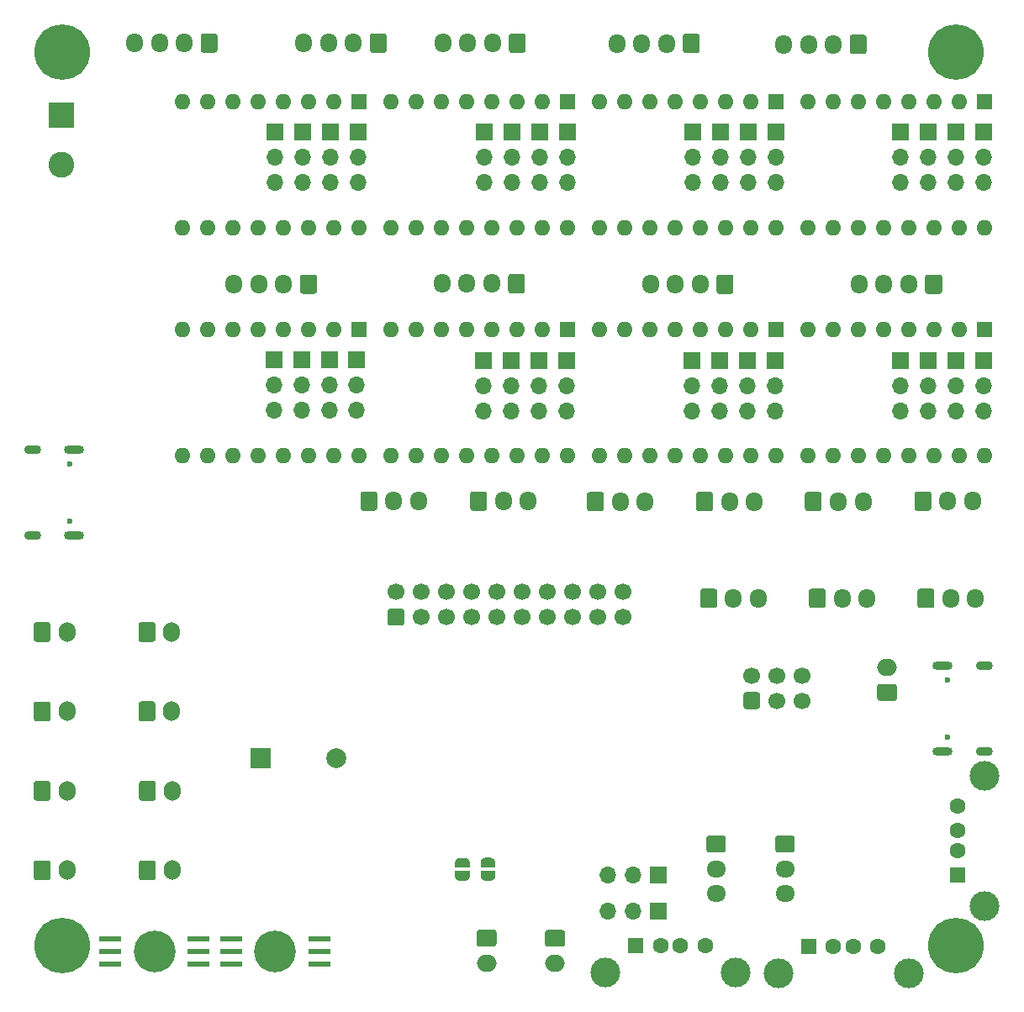
<source format=gbs>
G04 #@! TF.GenerationSoftware,KiCad,Pcbnew,5.1.9+dfsg1-1~bpo10+1*
G04 #@! TF.CreationDate,2021-03-13T17:10:24+00:00*
G04 #@! TF.ProjectId,mobo,6d6f626f-2e6b-4696-9361-645f70636258,rev?*
G04 #@! TF.SameCoordinates,Original*
G04 #@! TF.FileFunction,Soldermask,Bot*
G04 #@! TF.FilePolarity,Negative*
%FSLAX46Y46*%
G04 Gerber Fmt 4.6, Leading zero omitted, Abs format (unit mm)*
G04 Created by KiCad (PCBNEW 5.1.9+dfsg1-1~bpo10+1) date 2021-03-13 17:10:24*
%MOMM*%
%LPD*%
G01*
G04 APERTURE LIST*
%ADD10C,1.600000*%
%ADD11R,1.600000X1.600000*%
%ADD12C,3.000000*%
%ADD13O,2.000000X1.700000*%
%ADD14C,0.100000*%
%ADD15O,1.950000X1.700000*%
%ADD16O,1.700000X1.700000*%
%ADD17R,1.700000X1.700000*%
%ADD18C,2.000000*%
%ADD19R,2.000000X2.000000*%
%ADD20C,1.700000*%
%ADD21O,1.700000X1.950000*%
%ADD22O,1.700000X2.000000*%
%ADD23C,4.200000*%
%ADD24R,2.300000X0.600000*%
%ADD25C,0.600000*%
%ADD26O,1.700000X0.900000*%
%ADD27O,2.000000X0.900000*%
%ADD28O,1.600000X1.600000*%
%ADD29R,2.600000X2.600000*%
%ADD30C,2.600000*%
%ADD31C,5.600000*%
G04 APERTURE END LIST*
D10*
X164230000Y-146980000D03*
X164230000Y-149480000D03*
X164230000Y-151480000D03*
D11*
X164230000Y-153980000D03*
D12*
X166940000Y-157050000D03*
X166940000Y-143910000D03*
D13*
X123670000Y-162820000D03*
G36*
G01*
X122920000Y-159470000D02*
X124420000Y-159470000D01*
G75*
G02*
X124670000Y-159720000I0J-250000D01*
G01*
X124670000Y-160920000D01*
G75*
G02*
X124420000Y-161170000I-250000J0D01*
G01*
X122920000Y-161170000D01*
G75*
G02*
X122670000Y-160920000I0J250000D01*
G01*
X122670000Y-159720000D01*
G75*
G02*
X122920000Y-159470000I250000J0D01*
G01*
G37*
X116770000Y-162800000D03*
G36*
G01*
X116020000Y-159450000D02*
X117520000Y-159450000D01*
G75*
G02*
X117770000Y-159700000I0J-250000D01*
G01*
X117770000Y-160900000D01*
G75*
G02*
X117520000Y-161150000I-250000J0D01*
G01*
X116020000Y-161150000D01*
G75*
G02*
X115770000Y-160900000I0J250000D01*
G01*
X115770000Y-159700000D01*
G75*
G02*
X116020000Y-159450000I250000J0D01*
G01*
G37*
D14*
G36*
X117660000Y-153500000D02*
G01*
X117660000Y-154000000D01*
X117659398Y-154000000D01*
X117659398Y-154024534D01*
X117654588Y-154073365D01*
X117645016Y-154121490D01*
X117630772Y-154168445D01*
X117611995Y-154213778D01*
X117588864Y-154257051D01*
X117561604Y-154297850D01*
X117530476Y-154335779D01*
X117495779Y-154370476D01*
X117457850Y-154401604D01*
X117417051Y-154428864D01*
X117373778Y-154451995D01*
X117328445Y-154470772D01*
X117281490Y-154485016D01*
X117233365Y-154494588D01*
X117184534Y-154499398D01*
X117160000Y-154499398D01*
X117160000Y-154500000D01*
X116660000Y-154500000D01*
X116660000Y-154499398D01*
X116635466Y-154499398D01*
X116586635Y-154494588D01*
X116538510Y-154485016D01*
X116491555Y-154470772D01*
X116446222Y-154451995D01*
X116402949Y-154428864D01*
X116362150Y-154401604D01*
X116324221Y-154370476D01*
X116289524Y-154335779D01*
X116258396Y-154297850D01*
X116231136Y-154257051D01*
X116208005Y-154213778D01*
X116189228Y-154168445D01*
X116174984Y-154121490D01*
X116165412Y-154073365D01*
X116160602Y-154024534D01*
X116160602Y-154000000D01*
X116160000Y-154000000D01*
X116160000Y-153500000D01*
X117660000Y-153500000D01*
G37*
G36*
X116160602Y-152700000D02*
G01*
X116160602Y-152675466D01*
X116165412Y-152626635D01*
X116174984Y-152578510D01*
X116189228Y-152531555D01*
X116208005Y-152486222D01*
X116231136Y-152442949D01*
X116258396Y-152402150D01*
X116289524Y-152364221D01*
X116324221Y-152329524D01*
X116362150Y-152298396D01*
X116402949Y-152271136D01*
X116446222Y-152248005D01*
X116491555Y-152229228D01*
X116538510Y-152214984D01*
X116586635Y-152205412D01*
X116635466Y-152200602D01*
X116660000Y-152200602D01*
X116660000Y-152200000D01*
X117160000Y-152200000D01*
X117160000Y-152200602D01*
X117184534Y-152200602D01*
X117233365Y-152205412D01*
X117281490Y-152214984D01*
X117328445Y-152229228D01*
X117373778Y-152248005D01*
X117417051Y-152271136D01*
X117457850Y-152298396D01*
X117495779Y-152329524D01*
X117530476Y-152364221D01*
X117561604Y-152402150D01*
X117588864Y-152442949D01*
X117611995Y-152486222D01*
X117630772Y-152531555D01*
X117645016Y-152578510D01*
X117654588Y-152626635D01*
X117659398Y-152675466D01*
X117659398Y-152700000D01*
X117660000Y-152700000D01*
X117660000Y-153200000D01*
X116160000Y-153200000D01*
X116160000Y-152700000D01*
X116160602Y-152700000D01*
G37*
G36*
X115100000Y-153510000D02*
G01*
X115100000Y-154010000D01*
X115099398Y-154010000D01*
X115099398Y-154034534D01*
X115094588Y-154083365D01*
X115085016Y-154131490D01*
X115070772Y-154178445D01*
X115051995Y-154223778D01*
X115028864Y-154267051D01*
X115001604Y-154307850D01*
X114970476Y-154345779D01*
X114935779Y-154380476D01*
X114897850Y-154411604D01*
X114857051Y-154438864D01*
X114813778Y-154461995D01*
X114768445Y-154480772D01*
X114721490Y-154495016D01*
X114673365Y-154504588D01*
X114624534Y-154509398D01*
X114600000Y-154509398D01*
X114600000Y-154510000D01*
X114100000Y-154510000D01*
X114100000Y-154509398D01*
X114075466Y-154509398D01*
X114026635Y-154504588D01*
X113978510Y-154495016D01*
X113931555Y-154480772D01*
X113886222Y-154461995D01*
X113842949Y-154438864D01*
X113802150Y-154411604D01*
X113764221Y-154380476D01*
X113729524Y-154345779D01*
X113698396Y-154307850D01*
X113671136Y-154267051D01*
X113648005Y-154223778D01*
X113629228Y-154178445D01*
X113614984Y-154131490D01*
X113605412Y-154083365D01*
X113600602Y-154034534D01*
X113600602Y-154010000D01*
X113600000Y-154010000D01*
X113600000Y-153510000D01*
X115100000Y-153510000D01*
G37*
G36*
X113600602Y-152710000D02*
G01*
X113600602Y-152685466D01*
X113605412Y-152636635D01*
X113614984Y-152588510D01*
X113629228Y-152541555D01*
X113648005Y-152496222D01*
X113671136Y-152452949D01*
X113698396Y-152412150D01*
X113729524Y-152374221D01*
X113764221Y-152339524D01*
X113802150Y-152308396D01*
X113842949Y-152281136D01*
X113886222Y-152258005D01*
X113931555Y-152239228D01*
X113978510Y-152224984D01*
X114026635Y-152215412D01*
X114075466Y-152210602D01*
X114100000Y-152210602D01*
X114100000Y-152210000D01*
X114600000Y-152210000D01*
X114600000Y-152210602D01*
X114624534Y-152210602D01*
X114673365Y-152215412D01*
X114721490Y-152224984D01*
X114768445Y-152239228D01*
X114813778Y-152258005D01*
X114857051Y-152281136D01*
X114897850Y-152308396D01*
X114935779Y-152339524D01*
X114970476Y-152374221D01*
X115001604Y-152412150D01*
X115028864Y-152452949D01*
X115051995Y-152496222D01*
X115070772Y-152541555D01*
X115085016Y-152588510D01*
X115094588Y-152636635D01*
X115099398Y-152685466D01*
X115099398Y-152710000D01*
X115100000Y-152710000D01*
X115100000Y-153210000D01*
X113600000Y-153210000D01*
X113600000Y-152710000D01*
X113600602Y-152710000D01*
G37*
D15*
X146820000Y-155820000D03*
X146820000Y-153320000D03*
G36*
G01*
X146095000Y-149970000D02*
X147545000Y-149970000D01*
G75*
G02*
X147795000Y-150220000I0J-250000D01*
G01*
X147795000Y-151420000D01*
G75*
G02*
X147545000Y-151670000I-250000J0D01*
G01*
X146095000Y-151670000D01*
G75*
G02*
X145845000Y-151420000I0J250000D01*
G01*
X145845000Y-150220000D01*
G75*
G02*
X146095000Y-149970000I250000J0D01*
G01*
G37*
X139880000Y-155820000D03*
X139880000Y-153320000D03*
G36*
G01*
X139155000Y-149970000D02*
X140605000Y-149970000D01*
G75*
G02*
X140855000Y-150220000I0J-250000D01*
G01*
X140855000Y-151420000D01*
G75*
G02*
X140605000Y-151670000I-250000J0D01*
G01*
X139155000Y-151670000D01*
G75*
G02*
X138905000Y-151420000I0J250000D01*
G01*
X138905000Y-150220000D01*
G75*
G02*
X139155000Y-149970000I250000J0D01*
G01*
G37*
D16*
X128960000Y-153950000D03*
X131500000Y-153950000D03*
D17*
X134040000Y-153950000D03*
D16*
X128970000Y-157620000D03*
X131510000Y-157620000D03*
D17*
X134050000Y-157620000D03*
D18*
X101620000Y-142140000D03*
D19*
X94020000Y-142140000D03*
D20*
X130500000Y-125420000D03*
X127960000Y-125420000D03*
X125420000Y-125420000D03*
X122880000Y-125420000D03*
X120340000Y-125420000D03*
X117800000Y-125420000D03*
X115260000Y-125420000D03*
X112720000Y-125420000D03*
X110180000Y-125420000D03*
X107640000Y-125420000D03*
X130500000Y-127960000D03*
X127960000Y-127960000D03*
X125420000Y-127960000D03*
X122880000Y-127960000D03*
X120340000Y-127960000D03*
X117800000Y-127960000D03*
X115260000Y-127960000D03*
X112720000Y-127960000D03*
X110180000Y-127960000D03*
G36*
G01*
X108240000Y-128810000D02*
X107040000Y-128810000D01*
G75*
G02*
X106790000Y-128560000I0J250000D01*
G01*
X106790000Y-127360000D01*
G75*
G02*
X107040000Y-127110000I250000J0D01*
G01*
X108240000Y-127110000D01*
G75*
G02*
X108490000Y-127360000I0J-250000D01*
G01*
X108490000Y-128560000D01*
G75*
G02*
X108240000Y-128810000I-250000J0D01*
G01*
G37*
D13*
X157100000Y-133040000D03*
G36*
G01*
X157850000Y-136390000D02*
X156350000Y-136390000D01*
G75*
G02*
X156100000Y-136140000I0J250000D01*
G01*
X156100000Y-134940000D01*
G75*
G02*
X156350000Y-134690000I250000J0D01*
G01*
X157850000Y-134690000D01*
G75*
G02*
X158100000Y-134940000I0J-250000D01*
G01*
X158100000Y-136140000D01*
G75*
G02*
X157850000Y-136390000I-250000J0D01*
G01*
G37*
D20*
X148560000Y-133830000D03*
X146020000Y-133830000D03*
X143480000Y-133830000D03*
X148560000Y-136370000D03*
X146020000Y-136370000D03*
G36*
G01*
X144080000Y-137220000D02*
X142880000Y-137220000D01*
G75*
G02*
X142630000Y-136970000I0J250000D01*
G01*
X142630000Y-135770000D01*
G75*
G02*
X142880000Y-135520000I250000J0D01*
G01*
X144080000Y-135520000D01*
G75*
G02*
X144330000Y-135770000I0J-250000D01*
G01*
X144330000Y-136970000D01*
G75*
G02*
X144080000Y-137220000I-250000J0D01*
G01*
G37*
D21*
X120970000Y-116270000D03*
X118470000Y-116270000D03*
G36*
G01*
X115120000Y-116995000D02*
X115120000Y-115545000D01*
G75*
G02*
X115370000Y-115295000I250000J0D01*
G01*
X116570000Y-115295000D01*
G75*
G02*
X116820000Y-115545000I0J-250000D01*
G01*
X116820000Y-116995000D01*
G75*
G02*
X116570000Y-117245000I-250000J0D01*
G01*
X115370000Y-117245000D01*
G75*
G02*
X115120000Y-116995000I0J250000D01*
G01*
G37*
X109920000Y-116270000D03*
X107420000Y-116270000D03*
G36*
G01*
X104070000Y-116995000D02*
X104070000Y-115545000D01*
G75*
G02*
X104320000Y-115295000I250000J0D01*
G01*
X105520000Y-115295000D01*
G75*
G02*
X105770000Y-115545000I0J-250000D01*
G01*
X105770000Y-116995000D01*
G75*
G02*
X105520000Y-117245000I-250000J0D01*
G01*
X104320000Y-117245000D01*
G75*
G02*
X104070000Y-116995000I0J250000D01*
G01*
G37*
X155080000Y-126070000D03*
X152580000Y-126070000D03*
G36*
G01*
X149230000Y-126795000D02*
X149230000Y-125345000D01*
G75*
G02*
X149480000Y-125095000I250000J0D01*
G01*
X150680000Y-125095000D01*
G75*
G02*
X150930000Y-125345000I0J-250000D01*
G01*
X150930000Y-126795000D01*
G75*
G02*
X150680000Y-127045000I-250000J0D01*
G01*
X149480000Y-127045000D01*
G75*
G02*
X149230000Y-126795000I0J250000D01*
G01*
G37*
X166020000Y-126070000D03*
X163520000Y-126070000D03*
G36*
G01*
X160170000Y-126795000D02*
X160170000Y-125345000D01*
G75*
G02*
X160420000Y-125095000I250000J0D01*
G01*
X161620000Y-125095000D01*
G75*
G02*
X161870000Y-125345000I0J-250000D01*
G01*
X161870000Y-126795000D01*
G75*
G02*
X161620000Y-127045000I-250000J0D01*
G01*
X160420000Y-127045000D01*
G75*
G02*
X160170000Y-126795000I0J250000D01*
G01*
G37*
X144140000Y-126070000D03*
X141640000Y-126070000D03*
G36*
G01*
X138290000Y-126795000D02*
X138290000Y-125345000D01*
G75*
G02*
X138540000Y-125095000I250000J0D01*
G01*
X139740000Y-125095000D01*
G75*
G02*
X139990000Y-125345000I0J-250000D01*
G01*
X139990000Y-126795000D01*
G75*
G02*
X139740000Y-127045000I-250000J0D01*
G01*
X138540000Y-127045000D01*
G75*
G02*
X138290000Y-126795000I0J250000D01*
G01*
G37*
X165710000Y-116280000D03*
X163210000Y-116280000D03*
G36*
G01*
X159860000Y-117005000D02*
X159860000Y-115555000D01*
G75*
G02*
X160110000Y-115305000I250000J0D01*
G01*
X161310000Y-115305000D01*
G75*
G02*
X161560000Y-115555000I0J-250000D01*
G01*
X161560000Y-117005000D01*
G75*
G02*
X161310000Y-117255000I-250000J0D01*
G01*
X160110000Y-117255000D01*
G75*
G02*
X159860000Y-117005000I0J250000D01*
G01*
G37*
X154680000Y-116320000D03*
X152180000Y-116320000D03*
G36*
G01*
X148830000Y-117045000D02*
X148830000Y-115595000D01*
G75*
G02*
X149080000Y-115345000I250000J0D01*
G01*
X150280000Y-115345000D01*
G75*
G02*
X150530000Y-115595000I0J-250000D01*
G01*
X150530000Y-117045000D01*
G75*
G02*
X150280000Y-117295000I-250000J0D01*
G01*
X149080000Y-117295000D01*
G75*
G02*
X148830000Y-117045000I0J250000D01*
G01*
G37*
X143720000Y-116330000D03*
X141220000Y-116330000D03*
G36*
G01*
X137870000Y-117055000D02*
X137870000Y-115605000D01*
G75*
G02*
X138120000Y-115355000I250000J0D01*
G01*
X139320000Y-115355000D01*
G75*
G02*
X139570000Y-115605000I0J-250000D01*
G01*
X139570000Y-117055000D01*
G75*
G02*
X139320000Y-117305000I-250000J0D01*
G01*
X138120000Y-117305000D01*
G75*
G02*
X137870000Y-117055000I0J250000D01*
G01*
G37*
X132730000Y-116330000D03*
X130230000Y-116330000D03*
G36*
G01*
X126880000Y-117055000D02*
X126880000Y-115605000D01*
G75*
G02*
X127130000Y-115355000I250000J0D01*
G01*
X128330000Y-115355000D01*
G75*
G02*
X128580000Y-115605000I0J-250000D01*
G01*
X128580000Y-117055000D01*
G75*
G02*
X128330000Y-117305000I-250000J0D01*
G01*
X127130000Y-117305000D01*
G75*
G02*
X126880000Y-117055000I0J250000D01*
G01*
G37*
D10*
X156200000Y-161100000D03*
X153700000Y-161100000D03*
X151700000Y-161100000D03*
D11*
X149200000Y-161100000D03*
D12*
X146130000Y-163810000D03*
X159270000Y-163810000D03*
D10*
X138780000Y-161080000D03*
X136280000Y-161080000D03*
X134280000Y-161080000D03*
D11*
X131780000Y-161080000D03*
D12*
X128710000Y-163790000D03*
X141850000Y-163790000D03*
D22*
X85070000Y-137450000D03*
G36*
G01*
X81720000Y-138200000D02*
X81720000Y-136700000D01*
G75*
G02*
X81970000Y-136450000I250000J0D01*
G01*
X83170000Y-136450000D01*
G75*
G02*
X83420000Y-136700000I0J-250000D01*
G01*
X83420000Y-138200000D01*
G75*
G02*
X83170000Y-138450000I-250000J0D01*
G01*
X81970000Y-138450000D01*
G75*
G02*
X81720000Y-138200000I0J250000D01*
G01*
G37*
D23*
X83310000Y-161630000D03*
D24*
X78865000Y-160360000D03*
X78865000Y-161630000D03*
X78865000Y-162900000D03*
X87755000Y-162900000D03*
X87755000Y-161630000D03*
X87755000Y-160360000D03*
D23*
X95490000Y-161670000D03*
D24*
X91045000Y-160400000D03*
X91045000Y-161670000D03*
X91045000Y-162940000D03*
X99935000Y-162940000D03*
X99935000Y-161670000D03*
X99935000Y-160400000D03*
D22*
X85120000Y-153470000D03*
G36*
G01*
X81770000Y-154220000D02*
X81770000Y-152720000D01*
G75*
G02*
X82020000Y-152470000I250000J0D01*
G01*
X83220000Y-152470000D01*
G75*
G02*
X83470000Y-152720000I0J-250000D01*
G01*
X83470000Y-154220000D01*
G75*
G02*
X83220000Y-154470000I-250000J0D01*
G01*
X82020000Y-154470000D01*
G75*
G02*
X81770000Y-154220000I0J250000D01*
G01*
G37*
X85120000Y-145460000D03*
G36*
G01*
X81770000Y-146210000D02*
X81770000Y-144710000D01*
G75*
G02*
X82020000Y-144460000I250000J0D01*
G01*
X83220000Y-144460000D01*
G75*
G02*
X83470000Y-144710000I0J-250000D01*
G01*
X83470000Y-146210000D01*
G75*
G02*
X83220000Y-146460000I-250000J0D01*
G01*
X82020000Y-146460000D01*
G75*
G02*
X81770000Y-146210000I0J250000D01*
G01*
G37*
X74510000Y-153460000D03*
G36*
G01*
X71160000Y-154210000D02*
X71160000Y-152710000D01*
G75*
G02*
X71410000Y-152460000I250000J0D01*
G01*
X72610000Y-152460000D01*
G75*
G02*
X72860000Y-152710000I0J-250000D01*
G01*
X72860000Y-154210000D01*
G75*
G02*
X72610000Y-154460000I-250000J0D01*
G01*
X71410000Y-154460000D01*
G75*
G02*
X71160000Y-154210000I0J250000D01*
G01*
G37*
X74510000Y-145460000D03*
G36*
G01*
X71160000Y-146210000D02*
X71160000Y-144710000D01*
G75*
G02*
X71410000Y-144460000I250000J0D01*
G01*
X72610000Y-144460000D01*
G75*
G02*
X72860000Y-144710000I0J-250000D01*
G01*
X72860000Y-146210000D01*
G75*
G02*
X72610000Y-146460000I-250000J0D01*
G01*
X71410000Y-146460000D01*
G75*
G02*
X71160000Y-146210000I0J250000D01*
G01*
G37*
X74510000Y-137460000D03*
G36*
G01*
X71160000Y-138210000D02*
X71160000Y-136710000D01*
G75*
G02*
X71410000Y-136460000I250000J0D01*
G01*
X72610000Y-136460000D01*
G75*
G02*
X72860000Y-136710000I0J-250000D01*
G01*
X72860000Y-138210000D01*
G75*
G02*
X72610000Y-138460000I-250000J0D01*
G01*
X71410000Y-138460000D01*
G75*
G02*
X71160000Y-138210000I0J250000D01*
G01*
G37*
X85070000Y-129460000D03*
G36*
G01*
X81720000Y-130210000D02*
X81720000Y-128710000D01*
G75*
G02*
X81970000Y-128460000I250000J0D01*
G01*
X83170000Y-128460000D01*
G75*
G02*
X83420000Y-128710000I0J-250000D01*
G01*
X83420000Y-130210000D01*
G75*
G02*
X83170000Y-130460000I-250000J0D01*
G01*
X81970000Y-130460000D01*
G75*
G02*
X81720000Y-130210000I0J250000D01*
G01*
G37*
X74510000Y-129460000D03*
G36*
G01*
X71160000Y-130210000D02*
X71160000Y-128710000D01*
G75*
G02*
X71410000Y-128460000I250000J0D01*
G01*
X72610000Y-128460000D01*
G75*
G02*
X72860000Y-128710000I0J-250000D01*
G01*
X72860000Y-130210000D01*
G75*
G02*
X72610000Y-130460000I-250000J0D01*
G01*
X71410000Y-130460000D01*
G75*
G02*
X71160000Y-130210000I0J250000D01*
G01*
G37*
D25*
X163200000Y-140080000D03*
X163200000Y-134300000D03*
D26*
X166890000Y-132870000D03*
X166890000Y-141510000D03*
D27*
X162720000Y-132870000D03*
X162720000Y-141510000D03*
D25*
X74765000Y-112505000D03*
X74765000Y-118285000D03*
D26*
X71075000Y-119715000D03*
X71075000Y-111075000D03*
D27*
X75245000Y-119715000D03*
X75245000Y-111075000D03*
D28*
X103940000Y-111720000D03*
X86160000Y-99020000D03*
X101400000Y-111720000D03*
X88700000Y-99020000D03*
X98860000Y-111720000D03*
X91240000Y-99020000D03*
X96320000Y-111720000D03*
X93780000Y-99020000D03*
X93780000Y-111720000D03*
X96320000Y-99020000D03*
X91240000Y-111720000D03*
X98860000Y-99020000D03*
X88700000Y-111720000D03*
X101400000Y-99020000D03*
X86160000Y-111720000D03*
D11*
X103940000Y-99020000D03*
D21*
X112290000Y-94370000D03*
X114790000Y-94370000D03*
X117290000Y-94370000D03*
G36*
G01*
X120640000Y-93645000D02*
X120640000Y-95095000D01*
G75*
G02*
X120390000Y-95345000I-250000J0D01*
G01*
X119190000Y-95345000D01*
G75*
G02*
X118940000Y-95095000I0J250000D01*
G01*
X118940000Y-93645000D01*
G75*
G02*
X119190000Y-93395000I250000J0D01*
G01*
X120390000Y-93395000D01*
G75*
G02*
X120640000Y-93645000I0J-250000D01*
G01*
G37*
X133290000Y-94420000D03*
X135790000Y-94420000D03*
X138290000Y-94420000D03*
G36*
G01*
X141640000Y-93695000D02*
X141640000Y-95145000D01*
G75*
G02*
X141390000Y-95395000I-250000J0D01*
G01*
X140190000Y-95395000D01*
G75*
G02*
X139940000Y-95145000I0J250000D01*
G01*
X139940000Y-93695000D01*
G75*
G02*
X140190000Y-93445000I250000J0D01*
G01*
X141390000Y-93445000D01*
G75*
G02*
X141640000Y-93695000I0J-250000D01*
G01*
G37*
X91340000Y-94420000D03*
X93840000Y-94420000D03*
X96340000Y-94420000D03*
G36*
G01*
X99690000Y-93695000D02*
X99690000Y-95145000D01*
G75*
G02*
X99440000Y-95395000I-250000J0D01*
G01*
X98240000Y-95395000D01*
G75*
G02*
X97990000Y-95145000I0J250000D01*
G01*
X97990000Y-93695000D01*
G75*
G02*
X98240000Y-93445000I250000J0D01*
G01*
X99440000Y-93445000D01*
G75*
G02*
X99690000Y-93695000I0J-250000D01*
G01*
G37*
D29*
X73990000Y-77420000D03*
D30*
X73990000Y-82420000D03*
D17*
X103700000Y-102010000D03*
D16*
X103700000Y-104550000D03*
X103700000Y-107090000D03*
D17*
X98140000Y-102010000D03*
D16*
X98140000Y-104550000D03*
X98140000Y-107090000D03*
D17*
X95340000Y-102010000D03*
D16*
X95340000Y-104550000D03*
X95340000Y-107090000D03*
D17*
X100940000Y-102010000D03*
D16*
X100940000Y-104550000D03*
X100940000Y-107090000D03*
D17*
X124800000Y-102110000D03*
D16*
X124800000Y-104650000D03*
X124800000Y-107190000D03*
D17*
X119240000Y-102110000D03*
D16*
X119240000Y-104650000D03*
X119240000Y-107190000D03*
D17*
X116440000Y-102110000D03*
D16*
X116440000Y-104650000D03*
X116440000Y-107190000D03*
D17*
X122040000Y-102110000D03*
D16*
X122040000Y-104650000D03*
X122040000Y-107190000D03*
D17*
X166800000Y-102110000D03*
D16*
X166800000Y-104650000D03*
X166800000Y-107190000D03*
D17*
X161240000Y-102110000D03*
D16*
X161240000Y-104650000D03*
X161240000Y-107190000D03*
D17*
X158440000Y-102110000D03*
D16*
X158440000Y-104650000D03*
X158440000Y-107190000D03*
D17*
X164040000Y-102110000D03*
D16*
X164040000Y-104650000D03*
X164040000Y-107190000D03*
D17*
X145800000Y-102110000D03*
D16*
X145800000Y-104650000D03*
X145800000Y-107190000D03*
D17*
X140240000Y-102110000D03*
D16*
X140240000Y-104650000D03*
X140240000Y-107190000D03*
D17*
X137440000Y-102110000D03*
D16*
X137440000Y-104650000D03*
X137440000Y-107190000D03*
D17*
X143040000Y-102110000D03*
D16*
X143040000Y-104650000D03*
X143040000Y-107190000D03*
D17*
X166800000Y-79110000D03*
D16*
X166800000Y-81650000D03*
X166800000Y-84190000D03*
D17*
X161240000Y-79110000D03*
D16*
X161240000Y-81650000D03*
X161240000Y-84190000D03*
D17*
X158440000Y-79110000D03*
D16*
X158440000Y-81650000D03*
X158440000Y-84190000D03*
D17*
X164040000Y-79110000D03*
D16*
X164040000Y-81650000D03*
X164040000Y-84190000D03*
D17*
X145900000Y-79110000D03*
D16*
X145900000Y-81650000D03*
X145900000Y-84190000D03*
D17*
X140340000Y-79110000D03*
D16*
X140340000Y-81650000D03*
X140340000Y-84190000D03*
D17*
X137540000Y-79110000D03*
D16*
X137540000Y-81650000D03*
X137540000Y-84190000D03*
D17*
X143140000Y-79110000D03*
D16*
X143140000Y-81650000D03*
X143140000Y-84190000D03*
D17*
X103800000Y-79110000D03*
D16*
X103800000Y-81650000D03*
X103800000Y-84190000D03*
D17*
X98240000Y-79110000D03*
D16*
X98240000Y-81650000D03*
X98240000Y-84190000D03*
D17*
X95440000Y-79110000D03*
D16*
X95440000Y-81650000D03*
X95440000Y-84190000D03*
D17*
X101040000Y-79110000D03*
D16*
X101040000Y-81650000D03*
X101040000Y-84190000D03*
D21*
X146690000Y-70270000D03*
X149190000Y-70270000D03*
X151690000Y-70270000D03*
G36*
G01*
X155040000Y-69545000D02*
X155040000Y-70995000D01*
G75*
G02*
X154790000Y-71245000I-250000J0D01*
G01*
X153590000Y-71245000D01*
G75*
G02*
X153340000Y-70995000I0J250000D01*
G01*
X153340000Y-69545000D01*
G75*
G02*
X153590000Y-69295000I250000J0D01*
G01*
X154790000Y-69295000D01*
G75*
G02*
X155040000Y-69545000I0J-250000D01*
G01*
G37*
D16*
X124900000Y-84190000D03*
X124900000Y-81650000D03*
D17*
X124900000Y-79110000D03*
D16*
X119340000Y-84190000D03*
X119340000Y-81650000D03*
D17*
X119340000Y-79110000D03*
D16*
X122140000Y-84190000D03*
X122140000Y-81650000D03*
D17*
X122140000Y-79110000D03*
D16*
X116540000Y-84190000D03*
X116540000Y-81650000D03*
D17*
X116540000Y-79110000D03*
D21*
X154290000Y-94420000D03*
X156790000Y-94420000D03*
X159290000Y-94420000D03*
G36*
G01*
X162640000Y-93695000D02*
X162640000Y-95145000D01*
G75*
G02*
X162390000Y-95395000I-250000J0D01*
G01*
X161190000Y-95395000D01*
G75*
G02*
X160940000Y-95145000I0J250000D01*
G01*
X160940000Y-93695000D01*
G75*
G02*
X161190000Y-93445000I250000J0D01*
G01*
X162390000Y-93445000D01*
G75*
G02*
X162640000Y-93695000I0J-250000D01*
G01*
G37*
X81315000Y-70145000D03*
X83815000Y-70145000D03*
X86315000Y-70145000D03*
G36*
G01*
X89665000Y-69420000D02*
X89665000Y-70870000D01*
G75*
G02*
X89415000Y-71120000I-250000J0D01*
G01*
X88215000Y-71120000D01*
G75*
G02*
X87965000Y-70870000I0J250000D01*
G01*
X87965000Y-69420000D01*
G75*
G02*
X88215000Y-69170000I250000J0D01*
G01*
X89415000Y-69170000D01*
G75*
G02*
X89665000Y-69420000I0J-250000D01*
G01*
G37*
X129890000Y-70170000D03*
X132390000Y-70170000D03*
X134890000Y-70170000D03*
G36*
G01*
X138240000Y-69445000D02*
X138240000Y-70895000D01*
G75*
G02*
X137990000Y-71145000I-250000J0D01*
G01*
X136790000Y-71145000D01*
G75*
G02*
X136540000Y-70895000I0J250000D01*
G01*
X136540000Y-69445000D01*
G75*
G02*
X136790000Y-69195000I250000J0D01*
G01*
X137990000Y-69195000D01*
G75*
G02*
X138240000Y-69445000I0J-250000D01*
G01*
G37*
X98365000Y-70145000D03*
X100865000Y-70145000D03*
X103365000Y-70145000D03*
G36*
G01*
X106715000Y-69420000D02*
X106715000Y-70870000D01*
G75*
G02*
X106465000Y-71120000I-250000J0D01*
G01*
X105265000Y-71120000D01*
G75*
G02*
X105015000Y-70870000I0J250000D01*
G01*
X105015000Y-69420000D01*
G75*
G02*
X105265000Y-69170000I250000J0D01*
G01*
X106465000Y-69170000D01*
G75*
G02*
X106715000Y-69420000I0J-250000D01*
G01*
G37*
X112365000Y-70145000D03*
X114865000Y-70145000D03*
X117365000Y-70145000D03*
G36*
G01*
X120715000Y-69420000D02*
X120715000Y-70870000D01*
G75*
G02*
X120465000Y-71120000I-250000J0D01*
G01*
X119265000Y-71120000D01*
G75*
G02*
X119015000Y-70870000I0J250000D01*
G01*
X119015000Y-69420000D01*
G75*
G02*
X119265000Y-69170000I250000J0D01*
G01*
X120465000Y-69170000D01*
G75*
G02*
X120715000Y-69420000I0J-250000D01*
G01*
G37*
D28*
X166940000Y-88720000D03*
X149160000Y-76020000D03*
X164400000Y-88720000D03*
X151700000Y-76020000D03*
X161860000Y-88720000D03*
X154240000Y-76020000D03*
X159320000Y-88720000D03*
X156780000Y-76020000D03*
X156780000Y-88720000D03*
X159320000Y-76020000D03*
X154240000Y-88720000D03*
X161860000Y-76020000D03*
X151700000Y-88720000D03*
X164400000Y-76020000D03*
X149160000Y-88720000D03*
D11*
X166940000Y-76020000D03*
D28*
X166940000Y-111720000D03*
X149160000Y-99020000D03*
X164400000Y-111720000D03*
X151700000Y-99020000D03*
X161860000Y-111720000D03*
X154240000Y-99020000D03*
X159320000Y-111720000D03*
X156780000Y-99020000D03*
X156780000Y-111720000D03*
X159320000Y-99020000D03*
X154240000Y-111720000D03*
X161860000Y-99020000D03*
X151700000Y-111720000D03*
X164400000Y-99020000D03*
X149160000Y-111720000D03*
D11*
X166940000Y-99020000D03*
D28*
X124940000Y-111720000D03*
X107160000Y-99020000D03*
X122400000Y-111720000D03*
X109700000Y-99020000D03*
X119860000Y-111720000D03*
X112240000Y-99020000D03*
X117320000Y-111720000D03*
X114780000Y-99020000D03*
X114780000Y-111720000D03*
X117320000Y-99020000D03*
X112240000Y-111720000D03*
X119860000Y-99020000D03*
X109700000Y-111720000D03*
X122400000Y-99020000D03*
X107160000Y-111720000D03*
D11*
X124940000Y-99020000D03*
D28*
X103940000Y-88720000D03*
X86160000Y-76020000D03*
X101400000Y-88720000D03*
X88700000Y-76020000D03*
X98860000Y-88720000D03*
X91240000Y-76020000D03*
X96320000Y-88720000D03*
X93780000Y-76020000D03*
X93780000Y-88720000D03*
X96320000Y-76020000D03*
X91240000Y-88720000D03*
X98860000Y-76020000D03*
X88700000Y-88720000D03*
X101400000Y-76020000D03*
X86160000Y-88720000D03*
D11*
X103940000Y-76020000D03*
D28*
X145940000Y-88720000D03*
X128160000Y-76020000D03*
X143400000Y-88720000D03*
X130700000Y-76020000D03*
X140860000Y-88720000D03*
X133240000Y-76020000D03*
X138320000Y-88720000D03*
X135780000Y-76020000D03*
X135780000Y-88720000D03*
X138320000Y-76020000D03*
X133240000Y-88720000D03*
X140860000Y-76020000D03*
X130700000Y-88720000D03*
X143400000Y-76020000D03*
X128160000Y-88720000D03*
D11*
X145940000Y-76020000D03*
D28*
X145940000Y-111720000D03*
X128160000Y-99020000D03*
X143400000Y-111720000D03*
X130700000Y-99020000D03*
X140860000Y-111720000D03*
X133240000Y-99020000D03*
X138320000Y-111720000D03*
X135780000Y-99020000D03*
X135780000Y-111720000D03*
X138320000Y-99020000D03*
X133240000Y-111720000D03*
X140860000Y-99020000D03*
X130700000Y-111720000D03*
X143400000Y-99020000D03*
X128160000Y-111720000D03*
D11*
X145940000Y-99020000D03*
D28*
X124940000Y-88720000D03*
X107160000Y-76020000D03*
X122400000Y-88720000D03*
X109700000Y-76020000D03*
X119860000Y-88720000D03*
X112240000Y-76020000D03*
X117320000Y-88720000D03*
X114780000Y-76020000D03*
X114780000Y-88720000D03*
X117320000Y-76020000D03*
X112240000Y-88720000D03*
X119860000Y-76020000D03*
X109700000Y-88720000D03*
X122400000Y-76020000D03*
X107160000Y-88720000D03*
D11*
X124940000Y-76020000D03*
D31*
X74020000Y-71030000D03*
X74020000Y-161030000D03*
X164020000Y-71030000D03*
X164020000Y-161030000D03*
M02*

</source>
